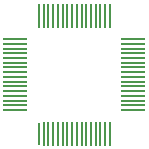
<source format=gtp>
%FSLAX25Y25*%
%MOIN*%
G70*
G01*
G75*
G04 Layer_Color=8421504*
%ADD10R,0.00906X0.07874*%
%ADD11R,0.07874X0.00906*%
%ADD12O,0.00906X0.07874*%
%ADD13C,0.01000*%
%ADD14C,0.01575*%
%ADD15C,0.03937*%
%ADD16C,0.02362*%
%ADD17C,0.01969*%
%ADD18C,0.07087*%
%ADD19C,0.06400*%
%ADD20C,0.06693*%
%ADD21R,0.06693X0.06693*%
%ADD22C,0.11811*%
%ADD23C,0.07087*%
%ADD24R,0.07087X0.07087*%
%ADD25C,0.05906*%
%ADD26R,0.05906X0.05906*%
%ADD27O,0.06299X0.08661*%
%ADD28C,0.09843*%
%ADD29R,0.05906X0.05906*%
%ADD30C,0.05315*%
%ADD31R,0.05315X0.05315*%
%ADD32R,0.11024X0.11024*%
%ADD33C,0.11024*%
%ADD34C,0.07000*%
%ADD35O,0.07874X0.03937*%
%ADD36O,0.07874X0.03937*%
%ADD37R,0.05315X0.05315*%
%ADD38O,0.03937X0.07874*%
%ADD39O,0.03937X0.07874*%
%ADD40C,0.07874*%
%ADD41R,0.07874X0.07874*%
%ADD42R,0.11024X0.11024*%
%ADD43C,0.05000*%
%ADD44C,0.12992*%
%ADD45C,0.02953*%
%ADD46C,0.00984*%
%ADD47C,0.00600*%
%ADD48C,0.00394*%
%ADD49C,0.00787*%
%ADD50C,0.00500*%
%ADD51C,0.00591*%
%ADD52R,0.22047X0.03150*%
%ADD53R,0.03150X0.11024*%
%ADD54R,0.03150X0.22047*%
D10*
X422000Y406370D02*
D03*
X423575D02*
D03*
X425150D02*
D03*
X426724D02*
D03*
X428299D02*
D03*
X429874D02*
D03*
X431449D02*
D03*
X433024D02*
D03*
X434598D02*
D03*
X436173D02*
D03*
X437748D02*
D03*
X439323D02*
D03*
X440898D02*
D03*
X442472D02*
D03*
X444047D02*
D03*
X445622D02*
D03*
Y367000D02*
D03*
X444047D02*
D03*
X442472D02*
D03*
X440898D02*
D03*
X439323D02*
D03*
X437748D02*
D03*
X436173D02*
D03*
X434598D02*
D03*
X433024D02*
D03*
X431449D02*
D03*
X429874D02*
D03*
X428299D02*
D03*
X426724D02*
D03*
X425150D02*
D03*
X423575D02*
D03*
D11*
X453496Y398496D02*
D03*
Y396921D02*
D03*
Y395346D02*
D03*
Y393772D02*
D03*
Y392197D02*
D03*
Y390622D02*
D03*
Y389047D02*
D03*
Y387472D02*
D03*
Y385898D02*
D03*
Y384323D02*
D03*
Y382748D02*
D03*
Y381173D02*
D03*
Y379598D02*
D03*
Y378024D02*
D03*
Y376449D02*
D03*
Y374874D02*
D03*
X414126D02*
D03*
Y376449D02*
D03*
Y378024D02*
D03*
Y379598D02*
D03*
Y381173D02*
D03*
Y382748D02*
D03*
Y384323D02*
D03*
Y385898D02*
D03*
Y387472D02*
D03*
Y389047D02*
D03*
Y390622D02*
D03*
Y392197D02*
D03*
Y393772D02*
D03*
Y395346D02*
D03*
Y396921D02*
D03*
Y398496D02*
D03*
D12*
X422000Y367000D02*
D03*
M02*

</source>
